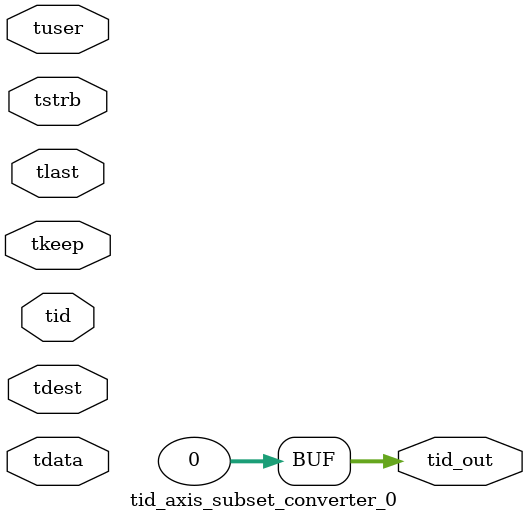
<source format=v>


`timescale 1ps/1ps

module tid_axis_subset_converter_0 #
(
parameter C_S_AXIS_TID_WIDTH   = 1,
parameter C_S_AXIS_TUSER_WIDTH = 0,
parameter C_S_AXIS_TDATA_WIDTH = 0,
parameter C_S_AXIS_TDEST_WIDTH = 0,
parameter C_M_AXIS_TID_WIDTH   = 32
)
(
input  [(C_S_AXIS_TID_WIDTH   == 0 ? 1 : C_S_AXIS_TID_WIDTH)-1:0       ] tid,
input  [(C_S_AXIS_TDATA_WIDTH == 0 ? 1 : C_S_AXIS_TDATA_WIDTH)-1:0     ] tdata,
input  [(C_S_AXIS_TUSER_WIDTH == 0 ? 1 : C_S_AXIS_TUSER_WIDTH)-1:0     ] tuser,
input  [(C_S_AXIS_TDEST_WIDTH == 0 ? 1 : C_S_AXIS_TDEST_WIDTH)-1:0     ] tdest,
input  [(C_S_AXIS_TDATA_WIDTH/8)-1:0 ] tkeep,
input  [(C_S_AXIS_TDATA_WIDTH/8)-1:0 ] tstrb,
input                                                                    tlast,
output [(C_M_AXIS_TID_WIDTH   == 0 ? 1 : C_M_AXIS_TID_WIDTH)-1:0       ] tid_out
);

assign tid_out = {1'b0};

endmodule


</source>
